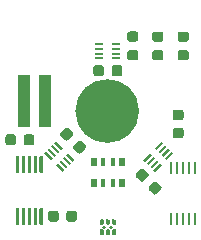
<source format=gbr>
%TF.GenerationSoftware,KiCad,Pcbnew,(5.1.10)-1*%
%TF.CreationDate,2021-10-06T18:30:59-05:00*%
%TF.ProjectId,BYTE_Magnetic,42595445-5f4d-4616-976e-657469632e6b,rev?*%
%TF.SameCoordinates,Original*%
%TF.FileFunction,Soldermask,Bot*%
%TF.FilePolarity,Negative*%
%FSLAX46Y46*%
G04 Gerber Fmt 4.6, Leading zero omitted, Abs format (unit mm)*
G04 Created by KiCad (PCBNEW (5.1.10)-1) date 2021-10-06 18:30:59*
%MOMM*%
%LPD*%
G01*
G04 APERTURE LIST*
%ADD10C,2.000000*%
%ADD11C,0.100000*%
%ADD12C,2.700000*%
%ADD13R,0.203200X0.304800*%
%ADD14R,1.000000X4.400000*%
%ADD15R,0.500000X0.800000*%
%ADD16R,0.400000X0.800000*%
%ADD17R,0.250000X1.100000*%
%ADD18R,0.800000X0.200000*%
G04 APERTURE END LIST*
D10*
X183671400Y-111669178D02*
G75*
G03*
X183671400Y-111669178I-1682974J0D01*
G01*
D11*
%TO.C,U3*%
G36*
X181907640Y-120850560D02*
G01*
X182110840Y-120850560D01*
X182110840Y-121168060D01*
X182009240Y-121269660D01*
X181907640Y-121168060D01*
X181907640Y-120850560D01*
G37*
X181907640Y-120850560D02*
X182110840Y-120850560D01*
X182110840Y-121168060D01*
X182009240Y-121269660D01*
X181907640Y-121168060D01*
X181907640Y-120850560D01*
G36*
X181407260Y-120850560D02*
G01*
X181610460Y-120850560D01*
X181610460Y-121168060D01*
X181508860Y-121269660D01*
X181407260Y-121269660D01*
X181407260Y-120850560D01*
G37*
X181407260Y-120850560D02*
X181610460Y-120850560D01*
X181610460Y-121168060D01*
X181508860Y-121269660D01*
X181407260Y-121269660D01*
X181407260Y-120850560D01*
G36*
X181407260Y-122049440D02*
G01*
X181610460Y-122049440D01*
X181610460Y-121731940D01*
X181508860Y-121630340D01*
X181407260Y-121630340D01*
X181407260Y-122049440D01*
G37*
X181407260Y-122049440D02*
X181610460Y-122049440D01*
X181610460Y-121731940D01*
X181508860Y-121630340D01*
X181407260Y-121630340D01*
X181407260Y-122049440D01*
G36*
X181907640Y-122049440D02*
G01*
X182110840Y-122049440D01*
X182110840Y-121731940D01*
X182009240Y-121630340D01*
X181907640Y-121731940D01*
X181907640Y-122049440D01*
G37*
X181907640Y-122049440D02*
X182110840Y-122049440D01*
X182110840Y-121731940D01*
X182009240Y-121630340D01*
X181907640Y-121731940D01*
X181907640Y-122049440D01*
G36*
X182611220Y-122049440D02*
G01*
X182408020Y-122049440D01*
X182408020Y-121731940D01*
X182509620Y-121630340D01*
X182611220Y-121630340D01*
X182611220Y-122049440D01*
G37*
X182611220Y-122049440D02*
X182408020Y-122049440D01*
X182408020Y-121731940D01*
X182509620Y-121630340D01*
X182611220Y-121630340D01*
X182611220Y-122049440D01*
G36*
X182611220Y-120850560D02*
G01*
X182408020Y-120850560D01*
X182408020Y-121168060D01*
X182509620Y-121269660D01*
X182611220Y-121269660D01*
X182611220Y-120850560D01*
G37*
X182611220Y-120850560D02*
X182408020Y-120850560D01*
X182408020Y-121168060D01*
X182509620Y-121269660D01*
X182611220Y-121269660D01*
X182611220Y-120850560D01*
%TD*%
D12*
%TO.C,REF\u002A\u002A*%
X182011320Y-111671100D03*
%TD*%
D13*
%TO.C,U3*%
X181508860Y-121002960D03*
X182009240Y-121002960D03*
X182509620Y-121002960D03*
X182509620Y-121897040D03*
X182009240Y-121897040D03*
X181508860Y-121897040D03*
D11*
G36*
X181740000Y-121288355D02*
G01*
X181901645Y-121450000D01*
X181740000Y-121611645D01*
X181578355Y-121450000D01*
X181740000Y-121288355D01*
G37*
G36*
X182278480Y-121288355D02*
G01*
X182440125Y-121450000D01*
X182278480Y-121611645D01*
X182116835Y-121450000D01*
X182278480Y-121288355D01*
G37*
%TD*%
D14*
%TO.C,M1*%
X176760000Y-110820000D03*
X174960000Y-110820000D03*
%TD*%
%TO.C,D3*%
G36*
G01*
X188173750Y-106510000D02*
X188686250Y-106510000D01*
G75*
G02*
X188905000Y-106728750I0J-218750D01*
G01*
X188905000Y-107166250D01*
G75*
G02*
X188686250Y-107385000I-218750J0D01*
G01*
X188173750Y-107385000D01*
G75*
G02*
X187955000Y-107166250I0J218750D01*
G01*
X187955000Y-106728750D01*
G75*
G02*
X188173750Y-106510000I218750J0D01*
G01*
G37*
G36*
G01*
X188173750Y-104935000D02*
X188686250Y-104935000D01*
G75*
G02*
X188905000Y-105153750I0J-218750D01*
G01*
X188905000Y-105591250D01*
G75*
G02*
X188686250Y-105810000I-218750J0D01*
G01*
X188173750Y-105810000D01*
G75*
G02*
X187955000Y-105591250I0J218750D01*
G01*
X187955000Y-105153750D01*
G75*
G02*
X188173750Y-104935000I218750J0D01*
G01*
G37*
%TD*%
%TO.C,D2*%
G36*
G01*
X183893750Y-106502500D02*
X184406250Y-106502500D01*
G75*
G02*
X184625000Y-106721250I0J-218750D01*
G01*
X184625000Y-107158750D01*
G75*
G02*
X184406250Y-107377500I-218750J0D01*
G01*
X183893750Y-107377500D01*
G75*
G02*
X183675000Y-107158750I0J218750D01*
G01*
X183675000Y-106721250D01*
G75*
G02*
X183893750Y-106502500I218750J0D01*
G01*
G37*
G36*
G01*
X183893750Y-104927500D02*
X184406250Y-104927500D01*
G75*
G02*
X184625000Y-105146250I0J-218750D01*
G01*
X184625000Y-105583750D01*
G75*
G02*
X184406250Y-105802500I-218750J0D01*
G01*
X183893750Y-105802500D01*
G75*
G02*
X183675000Y-105583750I0J218750D01*
G01*
X183675000Y-105146250D01*
G75*
G02*
X183893750Y-104927500I218750J0D01*
G01*
G37*
%TD*%
%TO.C,D1*%
G36*
G01*
X186526250Y-105810000D02*
X186013750Y-105810000D01*
G75*
G02*
X185795000Y-105591250I0J218750D01*
G01*
X185795000Y-105153750D01*
G75*
G02*
X186013750Y-104935000I218750J0D01*
G01*
X186526250Y-104935000D01*
G75*
G02*
X186745000Y-105153750I0J-218750D01*
G01*
X186745000Y-105591250D01*
G75*
G02*
X186526250Y-105810000I-218750J0D01*
G01*
G37*
G36*
G01*
X186526250Y-107385000D02*
X186013750Y-107385000D01*
G75*
G02*
X185795000Y-107166250I0J218750D01*
G01*
X185795000Y-106728750D01*
G75*
G02*
X186013750Y-106510000I218750J0D01*
G01*
X186526250Y-106510000D01*
G75*
G02*
X186745000Y-106728750I0J-218750D01*
G01*
X186745000Y-107166250D01*
G75*
G02*
X186526250Y-107385000I-218750J0D01*
G01*
G37*
%TD*%
D15*
%TO.C,RN1*%
X180840000Y-115940000D03*
D16*
X181640000Y-115940000D03*
D15*
X183240000Y-115940000D03*
D16*
X182440000Y-115940000D03*
D15*
X180840000Y-117740000D03*
D16*
X182440000Y-117740000D03*
X181640000Y-117740000D03*
D15*
X183240000Y-117740000D03*
%TD*%
D17*
%TO.C,U2*%
X189380000Y-116480000D03*
X188880000Y-116480000D03*
X188380000Y-116480000D03*
X187880000Y-116480000D03*
X187380000Y-116480000D03*
X187380000Y-120780000D03*
X187880000Y-120780000D03*
X188380000Y-120780000D03*
X188880000Y-120780000D03*
X189380000Y-120780000D03*
%TD*%
%TO.C,U1*%
G36*
G01*
X176475000Y-116925000D02*
X176325000Y-116925000D01*
G75*
G02*
X176250000Y-116850000I0J75000D01*
G01*
X176250000Y-115550000D01*
G75*
G02*
X176325000Y-115475000I75000J0D01*
G01*
X176475000Y-115475000D01*
G75*
G02*
X176550000Y-115550000I0J-75000D01*
G01*
X176550000Y-116850000D01*
G75*
G02*
X176475000Y-116925000I-75000J0D01*
G01*
G37*
G36*
G01*
X175975000Y-116925000D02*
X175825000Y-116925000D01*
G75*
G02*
X175750000Y-116850000I0J75000D01*
G01*
X175750000Y-115550000D01*
G75*
G02*
X175825000Y-115475000I75000J0D01*
G01*
X175975000Y-115475000D01*
G75*
G02*
X176050000Y-115550000I0J-75000D01*
G01*
X176050000Y-116850000D01*
G75*
G02*
X175975000Y-116925000I-75000J0D01*
G01*
G37*
G36*
G01*
X175475000Y-116925000D02*
X175325000Y-116925000D01*
G75*
G02*
X175250000Y-116850000I0J75000D01*
G01*
X175250000Y-115550000D01*
G75*
G02*
X175325000Y-115475000I75000J0D01*
G01*
X175475000Y-115475000D01*
G75*
G02*
X175550000Y-115550000I0J-75000D01*
G01*
X175550000Y-116850000D01*
G75*
G02*
X175475000Y-116925000I-75000J0D01*
G01*
G37*
G36*
G01*
X174975000Y-116925000D02*
X174825000Y-116925000D01*
G75*
G02*
X174750000Y-116850000I0J75000D01*
G01*
X174750000Y-115550000D01*
G75*
G02*
X174825000Y-115475000I75000J0D01*
G01*
X174975000Y-115475000D01*
G75*
G02*
X175050000Y-115550000I0J-75000D01*
G01*
X175050000Y-116850000D01*
G75*
G02*
X174975000Y-116925000I-75000J0D01*
G01*
G37*
G36*
G01*
X174475000Y-116925000D02*
X174325000Y-116925000D01*
G75*
G02*
X174250000Y-116850000I0J75000D01*
G01*
X174250000Y-115550000D01*
G75*
G02*
X174325000Y-115475000I75000J0D01*
G01*
X174475000Y-115475000D01*
G75*
G02*
X174550000Y-115550000I0J-75000D01*
G01*
X174550000Y-116850000D01*
G75*
G02*
X174475000Y-116925000I-75000J0D01*
G01*
G37*
G36*
G01*
X174475000Y-121325000D02*
X174325000Y-121325000D01*
G75*
G02*
X174250000Y-121250000I0J75000D01*
G01*
X174250000Y-119950000D01*
G75*
G02*
X174325000Y-119875000I75000J0D01*
G01*
X174475000Y-119875000D01*
G75*
G02*
X174550000Y-119950000I0J-75000D01*
G01*
X174550000Y-121250000D01*
G75*
G02*
X174475000Y-121325000I-75000J0D01*
G01*
G37*
G36*
G01*
X174975000Y-121325000D02*
X174825000Y-121325000D01*
G75*
G02*
X174750000Y-121250000I0J75000D01*
G01*
X174750000Y-119950000D01*
G75*
G02*
X174825000Y-119875000I75000J0D01*
G01*
X174975000Y-119875000D01*
G75*
G02*
X175050000Y-119950000I0J-75000D01*
G01*
X175050000Y-121250000D01*
G75*
G02*
X174975000Y-121325000I-75000J0D01*
G01*
G37*
G36*
G01*
X175475000Y-121325000D02*
X175325000Y-121325000D01*
G75*
G02*
X175250000Y-121250000I0J75000D01*
G01*
X175250000Y-119950000D01*
G75*
G02*
X175325000Y-119875000I75000J0D01*
G01*
X175475000Y-119875000D01*
G75*
G02*
X175550000Y-119950000I0J-75000D01*
G01*
X175550000Y-121250000D01*
G75*
G02*
X175475000Y-121325000I-75000J0D01*
G01*
G37*
G36*
G01*
X175975000Y-121325000D02*
X175825000Y-121325000D01*
G75*
G02*
X175750000Y-121250000I0J75000D01*
G01*
X175750000Y-119950000D01*
G75*
G02*
X175825000Y-119875000I75000J0D01*
G01*
X175975000Y-119875000D01*
G75*
G02*
X176050000Y-119950000I0J-75000D01*
G01*
X176050000Y-121250000D01*
G75*
G02*
X175975000Y-121325000I-75000J0D01*
G01*
G37*
G36*
G01*
X176475000Y-121325000D02*
X176325000Y-121325000D01*
G75*
G02*
X176250000Y-121250000I0J75000D01*
G01*
X176250000Y-119950000D01*
G75*
G02*
X176325000Y-119875000I75000J0D01*
G01*
X176475000Y-119875000D01*
G75*
G02*
X176550000Y-119950000I0J-75000D01*
G01*
X176550000Y-121250000D01*
G75*
G02*
X176475000Y-121325000I-75000J0D01*
G01*
G37*
%TD*%
%TO.C,C1*%
G36*
G01*
X188240000Y-112440000D02*
X187740000Y-112440000D01*
G75*
G02*
X187515000Y-112215000I0J225000D01*
G01*
X187515000Y-111765000D01*
G75*
G02*
X187740000Y-111540000I225000J0D01*
G01*
X188240000Y-111540000D01*
G75*
G02*
X188465000Y-111765000I0J-225000D01*
G01*
X188465000Y-112215000D01*
G75*
G02*
X188240000Y-112440000I-225000J0D01*
G01*
G37*
G36*
G01*
X188240000Y-113990000D02*
X187740000Y-113990000D01*
G75*
G02*
X187515000Y-113765000I0J225000D01*
G01*
X187515000Y-113315000D01*
G75*
G02*
X187740000Y-113090000I225000J0D01*
G01*
X188240000Y-113090000D01*
G75*
G02*
X188465000Y-113315000I0J-225000D01*
G01*
X188465000Y-113765000D01*
G75*
G02*
X188240000Y-113990000I-225000J0D01*
G01*
G37*
%TD*%
%TO.C,C7*%
G36*
G01*
X185545025Y-118048579D02*
X185898579Y-117695025D01*
G75*
G02*
X186216777Y-117695025I159099J-159099D01*
G01*
X186534975Y-118013223D01*
G75*
G02*
X186534975Y-118331421I-159099J-159099D01*
G01*
X186181421Y-118684975D01*
G75*
G02*
X185863223Y-118684975I-159099J159099D01*
G01*
X185545025Y-118366777D01*
G75*
G02*
X185545025Y-118048579I159099J159099D01*
G01*
G37*
G36*
G01*
X184449009Y-116952563D02*
X184802563Y-116599009D01*
G75*
G02*
X185120761Y-116599009I159099J-159099D01*
G01*
X185438959Y-116917207D01*
G75*
G02*
X185438959Y-117235405I-159099J-159099D01*
G01*
X185085405Y-117588959D01*
G75*
G02*
X184767207Y-117588959I-159099J159099D01*
G01*
X184449009Y-117270761D01*
G75*
G02*
X184449009Y-116952563I159099J159099D01*
G01*
G37*
%TD*%
%TO.C,C6*%
G36*
G01*
X181715000Y-108000000D02*
X181715000Y-108500000D01*
G75*
G02*
X181490000Y-108725000I-225000J0D01*
G01*
X181040000Y-108725000D01*
G75*
G02*
X180815000Y-108500000I0J225000D01*
G01*
X180815000Y-108000000D01*
G75*
G02*
X181040000Y-107775000I225000J0D01*
G01*
X181490000Y-107775000D01*
G75*
G02*
X181715000Y-108000000I0J-225000D01*
G01*
G37*
G36*
G01*
X183265000Y-108000000D02*
X183265000Y-108500000D01*
G75*
G02*
X183040000Y-108725000I-225000J0D01*
G01*
X182590000Y-108725000D01*
G75*
G02*
X182365000Y-108500000I0J225000D01*
G01*
X182365000Y-108000000D01*
G75*
G02*
X182590000Y-107775000I225000J0D01*
G01*
X183040000Y-107775000D01*
G75*
G02*
X183265000Y-108000000I0J-225000D01*
G01*
G37*
%TD*%
%TO.C,C3*%
G36*
G01*
X179143033Y-114576587D02*
X179496587Y-114223033D01*
G75*
G02*
X179814785Y-114223033I159099J-159099D01*
G01*
X180132983Y-114541231D01*
G75*
G02*
X180132983Y-114859429I-159099J-159099D01*
G01*
X179779429Y-115212983D01*
G75*
G02*
X179461231Y-115212983I-159099J159099D01*
G01*
X179143033Y-114894785D01*
G75*
G02*
X179143033Y-114576587I159099J159099D01*
G01*
G37*
G36*
G01*
X178047017Y-113480571D02*
X178400571Y-113127017D01*
G75*
G02*
X178718769Y-113127017I159099J-159099D01*
G01*
X179036967Y-113445215D01*
G75*
G02*
X179036967Y-113763413I-159099J-159099D01*
G01*
X178683413Y-114116967D01*
G75*
G02*
X178365215Y-114116967I-159099J159099D01*
G01*
X178047017Y-113798769D01*
G75*
G02*
X178047017Y-113480571I159099J159099D01*
G01*
G37*
%TD*%
D11*
%TO.C,U6*%
G36*
X185754314Y-115388579D02*
G01*
X185188629Y-115954264D01*
X185047208Y-115812843D01*
X185612893Y-115247158D01*
X185754314Y-115388579D01*
G37*
G36*
X186037157Y-115671421D02*
G01*
X185471472Y-116237106D01*
X185330051Y-116095685D01*
X185895736Y-115530000D01*
X186037157Y-115671421D01*
G37*
G36*
X186320000Y-115954264D02*
G01*
X185754315Y-116519949D01*
X185612894Y-116378528D01*
X186178579Y-115812843D01*
X186320000Y-115954264D01*
G37*
G36*
X186602842Y-116237107D02*
G01*
X186037157Y-116802792D01*
X185895736Y-116661371D01*
X186461421Y-116095686D01*
X186602842Y-116237107D01*
G37*
G36*
X187592792Y-115247157D02*
G01*
X187027107Y-115812842D01*
X186885686Y-115671421D01*
X187451371Y-115105736D01*
X187592792Y-115247157D01*
G37*
G36*
X187309949Y-114964315D02*
G01*
X186744264Y-115530000D01*
X186602843Y-115388579D01*
X187168528Y-114822894D01*
X187309949Y-114964315D01*
G37*
G36*
X187027106Y-114681472D02*
G01*
X186461421Y-115247157D01*
X186320000Y-115105736D01*
X186885685Y-114540051D01*
X187027106Y-114681472D01*
G37*
G36*
X186744264Y-114398629D02*
G01*
X186178579Y-114964314D01*
X186037158Y-114822893D01*
X186602843Y-114257208D01*
X186744264Y-114398629D01*
G37*
%TD*%
D18*
%TO.C,U5*%
X182710000Y-107200000D03*
X182710000Y-106800000D03*
X182710000Y-106400000D03*
X182710000Y-106000000D03*
X181310000Y-106000000D03*
X181310000Y-106400000D03*
X181310000Y-106800000D03*
X181310000Y-107200000D03*
%TD*%
D11*
%TO.C,U4*%
G36*
X178071421Y-114964314D02*
G01*
X177505736Y-114398629D01*
X177647157Y-114257208D01*
X178212842Y-114822893D01*
X178071421Y-114964314D01*
G37*
G36*
G01*
X177781508Y-115254228D02*
X177215823Y-114688543D01*
G75*
G02*
X177215823Y-114674401I7071J7071D01*
G01*
X177357244Y-114532980D01*
G75*
G02*
X177371386Y-114532980I7071J-7071D01*
G01*
X177937071Y-115098665D01*
G75*
G02*
X177937071Y-115112807I-7071J-7071D01*
G01*
X177795650Y-115254228D01*
G75*
G02*
X177781508Y-115254228I-7071J7071D01*
G01*
G37*
G36*
X177505736Y-115530000D02*
G01*
X176940051Y-114964315D01*
X177081472Y-114822894D01*
X177647157Y-115388579D01*
X177505736Y-115530000D01*
G37*
G36*
X177222893Y-115812842D02*
G01*
X176657208Y-115247157D01*
X176798629Y-115105736D01*
X177364314Y-115671421D01*
X177222893Y-115812842D01*
G37*
G36*
X178212843Y-116802792D02*
G01*
X177647158Y-116237107D01*
X177788579Y-116095686D01*
X178354264Y-116661371D01*
X178212843Y-116802792D01*
G37*
G36*
X178495685Y-116519949D02*
G01*
X177930000Y-115954264D01*
X178071421Y-115812843D01*
X178637106Y-116378528D01*
X178495685Y-116519949D01*
G37*
G36*
X178778528Y-116237106D02*
G01*
X178212843Y-115671421D01*
X178354264Y-115530000D01*
X178919949Y-116095685D01*
X178778528Y-116237106D01*
G37*
G36*
X179061371Y-115954264D02*
G01*
X178495686Y-115388579D01*
X178637107Y-115247158D01*
X179202792Y-115812843D01*
X179061371Y-115954264D01*
G37*
%TD*%
%TO.C,C5*%
G36*
G01*
X174914740Y-114350000D02*
X174914740Y-113850000D01*
G75*
G02*
X175139740Y-113625000I225000J0D01*
G01*
X175589740Y-113625000D01*
G75*
G02*
X175814740Y-113850000I0J-225000D01*
G01*
X175814740Y-114350000D01*
G75*
G02*
X175589740Y-114575000I-225000J0D01*
G01*
X175139740Y-114575000D01*
G75*
G02*
X174914740Y-114350000I0J225000D01*
G01*
G37*
G36*
G01*
X173364740Y-114350000D02*
X173364740Y-113850000D01*
G75*
G02*
X173589740Y-113625000I225000J0D01*
G01*
X174039740Y-113625000D01*
G75*
G02*
X174264740Y-113850000I0J-225000D01*
G01*
X174264740Y-114350000D01*
G75*
G02*
X174039740Y-114575000I-225000J0D01*
G01*
X173589740Y-114575000D01*
G75*
G02*
X173364740Y-114350000I0J225000D01*
G01*
G37*
%TD*%
%TO.C,C4*%
G36*
G01*
X178525000Y-120830000D02*
X178525000Y-120330000D01*
G75*
G02*
X178750000Y-120105000I225000J0D01*
G01*
X179200000Y-120105000D01*
G75*
G02*
X179425000Y-120330000I0J-225000D01*
G01*
X179425000Y-120830000D01*
G75*
G02*
X179200000Y-121055000I-225000J0D01*
G01*
X178750000Y-121055000D01*
G75*
G02*
X178525000Y-120830000I0J225000D01*
G01*
G37*
G36*
G01*
X176975000Y-120830000D02*
X176975000Y-120330000D01*
G75*
G02*
X177200000Y-120105000I225000J0D01*
G01*
X177650000Y-120105000D01*
G75*
G02*
X177875000Y-120330000I0J-225000D01*
G01*
X177875000Y-120830000D01*
G75*
G02*
X177650000Y-121055000I-225000J0D01*
G01*
X177200000Y-121055000D01*
G75*
G02*
X176975000Y-120830000I0J225000D01*
G01*
G37*
%TD*%
M02*

</source>
